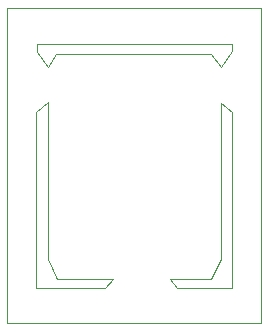
<source format=gm1>
G04 This is an RS-274x file exported by *
G04 gerbv version  *
G04 More information is available about gerbv at *
G04 https://gerbv.github.io/ *
G04 --End of header info--*
%MOIN*%
%FSLAX36Y36*%
%IPPOS*%
G04 --Define apertures--*
%ADD10C,0.0039*%
G04 --Start main section--*
G54D10*
G01X4950787Y-3820866D02*
G01X4986220Y-3852362D01*
G01X4950787Y-4340551D02*
G01X4950787Y-3820866D01*
G01X4334646Y-3852362D02*
G01X4334646Y-4438976D01*
G01X4399606Y-3657480D02*
G01X4372047Y-3700787D01*
G01X4236220Y-4557087D02*
G01X5082677Y-4557087D01*
G01X5082677Y-4557087D02*
G01X5082677Y-3505906D01*
G01X5082677Y-3505906D02*
G01X4236220Y-3505906D01*
G01X4236220Y-3505906D02*
G01X4236220Y-4557087D01*
G01X4372047Y-3700787D02*
G01X4336614Y-3653543D01*
G01X4986220Y-4438976D02*
G01X4803150Y-4438976D01*
G01X4950787Y-3700787D02*
G01X4917323Y-3657480D01*
G01X4917323Y-4407480D02*
G01X4779528Y-4407480D01*
G01X4562992Y-4438976D02*
G01X4588583Y-4407480D01*
G01X4336614Y-3653543D02*
G01X4336614Y-3624016D01*
G01X4950787Y-3700787D02*
G01X4986220Y-3649606D01*
G01X4588583Y-4407480D02*
G01X4403543Y-4407480D01*
G01X4372047Y-3818898D02*
G01X4372047Y-4340551D01*
G01X4917323Y-4407480D02*
G01X4950787Y-4340551D01*
G01X4372047Y-4340551D02*
G01X4403543Y-4407480D01*
G01X4336614Y-3624016D02*
G01X4986220Y-3624016D01*
G01X4986220Y-3649606D02*
G01X4986220Y-3624016D01*
G01X4986220Y-3852362D02*
G01X4986220Y-4438976D01*
G01X4917323Y-3657480D02*
G01X4399606Y-3657480D01*
G01X4372047Y-3818898D02*
G01X4334646Y-3852362D01*
G01X4562992Y-4438976D02*
G01X4334646Y-4438976D01*
G01X4803150Y-4438976D02*
G01X4779528Y-4407480D01*
M02*

</source>
